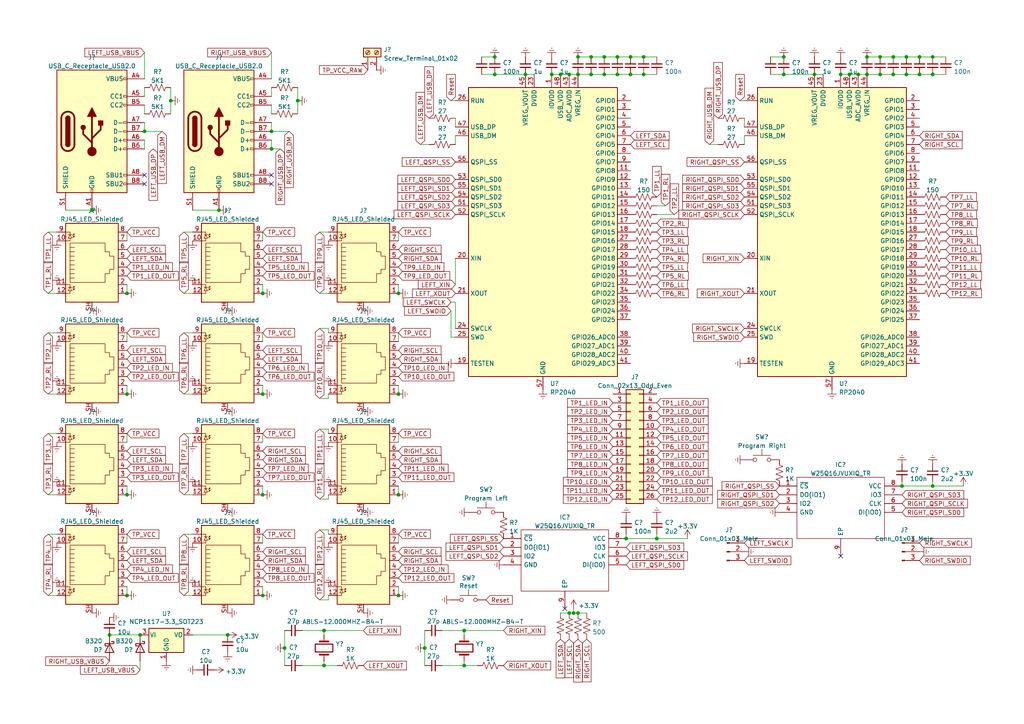
<source format=kicad_sch>
(kicad_sch (version 20211123) (generator eeschema)
  (paper "A4")
  (title_block (title "Wacca Protocol Translator") (rev "1") (company "FizzyApple12"))
  (junction (at 259.08 21.59))
  (junction (at 36.83 85.09))
  (junction (at 93.98 182.88))
  (junction (at 171.45 21.59))
  (junction (at 41.91 38.1))
  (junction (at 261.62 140.97))
  (junction (at 259.08 16.51))
  (junction (at 248.92 21.59))
  (junction (at 78.74 38.1))
  (junction (at 93.98 193.04))
  (junction (at 143.51 16.51))
  (junction (at 270.51 21.59))
  (junction (at 262.89 21.59))
  (junction (at 134.62 193.04))
  (junction (at 227.33 16.51))
  (junction (at 86.36 29.21))
  (junction (at 134.62 182.88))
  (junction (at 26.67 60.96))
  (junction (at 251.46 16.51))
  (junction (at 186.69 16.51))
  (junction (at 182.88 21.59))
  (junction (at 181.61 156.21))
  (junction (at 36.83 172.72))
  (junction (at 49.53 29.21))
  (junction (at 115.57 114.3))
  (junction (at 63.5 60.96))
  (junction (at 152.4 21.59))
  (junction (at 270.51 16.51))
  (junction (at 175.26 21.59))
  (junction (at 266.7 16.51))
  (junction (at 167.64 16.51))
  (junction (at 179.07 21.59))
  (junction (at 165.1 177.8))
  (junction (at 186.69 21.59))
  (junction (at 123.19 187.96))
  (junction (at 162.56 21.59))
  (junction (at 76.2 114.3))
  (junction (at 165.1 21.59))
  (junction (at 175.26 16.51))
  (junction (at 76.2 85.09))
  (junction (at 115.57 85.09))
  (junction (at 179.07 16.51))
  (junction (at 66.04 184.15))
  (junction (at 171.45 16.51))
  (junction (at 166.37 177.8))
  (junction (at 227.33 21.59))
  (junction (at 82.55 187.96))
  (junction (at 255.27 21.59))
  (junction (at 40.64 184.15))
  (junction (at 182.88 16.51))
  (junction (at 143.51 21.59))
  (junction (at 115.57 172.72))
  (junction (at 251.46 21.59))
  (junction (at 31.75 184.15))
  (junction (at 243.84 21.59))
  (junction (at 190.5 156.21))
  (junction (at 78.74 43.18))
  (junction (at 167.64 21.59))
  (junction (at 236.22 21.59))
  (junction (at 160.02 21.59))
  (junction (at 266.7 21.59))
  (junction (at 270.51 140.97))
  (junction (at 76.2 172.72))
  (junction (at 167.64 177.8))
  (junction (at 76.2 143.51))
  (junction (at 255.27 16.51))
  (junction (at 115.57 143.51))
  (junction (at 246.38 21.59))
  (junction (at 262.89 16.51))
  (junction (at 36.83 114.3))
  (junction (at 36.83 143.51))
  (no_connect (at 78.74 53.34))
  (no_connect (at 41.91 50.8))
  (no_connect (at 41.91 53.34))
  (no_connect (at 163.83 176.53))
  (no_connect (at 243.84 161.29))
  (no_connect (at 78.74 50.8))
  (wire (pts (xy 92.71 173.99) (xy 95.25 173.99)))
  (wire (pts (xy 139.7 21.59) (xy 143.51 21.59)))
  (wire (pts (xy 95.25 153.67) (xy 95.25 154.94)))
  (wire (pts (xy 115.57 111.76) (xy 115.57 114.3)))
  (wire (pts (xy 270.51 140.97) (xy 261.62 140.97)))
  (wire (pts (xy 243.84 21.59) (xy 246.38 21.59)))
  (wire (pts (xy 190.5 156.21) (xy 199.39 156.21)))
  (wire (pts (xy 134.62 191.77) (xy 134.62 193.04)))
  (wire (pts (xy 93.98 191.77) (xy 93.98 193.04)))
  (wire (pts (xy 182.88 21.59) (xy 179.07 21.59)))
  (wire (pts (xy 166.37 176.53) (xy 166.37 177.8)))
  (wire (pts (xy 82.55 187.96) (xy 82.55 193.04)))
  (wire (pts (xy 36.83 154.94) (xy 36.83 157.48)))
  (wire (pts (xy 165.1 177.8) (xy 166.37 177.8)))
  (wire (pts (xy 93.98 184.15) (xy 93.98 182.88)))
  (wire (pts (xy 152.4 21.59) (xy 154.94 21.59)))
  (wire (pts (xy 171.45 21.59) (xy 167.64 21.59)))
  (wire (pts (xy 190.5 62.23) (xy 195.58 62.23)))
  (wire (pts (xy 93.98 193.04) (xy 97.79 193.04)))
  (wire (pts (xy 53.34 154.94) (xy 55.88 154.94)))
  (wire (pts (xy 115.57 96.52) (xy 115.57 99.06)))
  (wire (pts (xy 95.25 173.99) (xy 95.25 172.72)))
  (wire (pts (xy 167.64 177.8) (xy 170.18 177.8)))
  (wire (pts (xy 128.27 182.88) (xy 134.62 182.88)))
  (wire (pts (xy 92.71 144.78) (xy 95.25 144.78)))
  (wire (pts (xy 53.34 172.72) (xy 55.88 172.72)))
  (wire (pts (xy 181.61 154.94) (xy 181.61 156.21)))
  (wire (pts (xy 261.62 139.7) (xy 261.62 140.97)))
  (wire (pts (xy 41.91 25.4) (xy 41.91 27.94)))
  (wire (pts (xy 179.07 16.51) (xy 182.88 16.51)))
  (wire (pts (xy 36.83 140.97) (xy 36.83 143.51)))
  (wire (pts (xy 205.74 41.91) (xy 208.28 41.91)))
  (wire (pts (xy 139.7 16.51) (xy 143.51 16.51)))
  (wire (pts (xy 121.92 41.91) (xy 124.46 41.91)))
  (wire (pts (xy 76.2 154.94) (xy 76.2 157.48)))
  (wire (pts (xy 175.26 16.51) (xy 179.07 16.51)))
  (wire (pts (xy 182.88 16.51) (xy 186.69 16.51)))
  (wire (pts (xy 78.74 38.1) (xy 83.82 38.1)))
  (wire (pts (xy 13.97 172.72) (xy 16.51 172.72)))
  (wire (pts (xy 115.57 125.73) (xy 115.57 128.27)))
  (wire (pts (xy 179.07 21.59) (xy 175.26 21.59)))
  (wire (pts (xy 123.19 187.96) (xy 123.19 193.04)))
  (wire (pts (xy 86.36 25.4) (xy 86.36 29.21)))
  (wire (pts (xy 53.34 143.51) (xy 55.88 143.51)))
  (wire (pts (xy 78.74 15.24) (xy 78.74 22.86)))
  (wire (pts (xy 259.08 21.59) (xy 255.27 21.59)))
  (wire (pts (xy 40.64 184.15) (xy 31.75 184.15)))
  (wire (pts (xy 87.63 182.88) (xy 93.98 182.88)))
  (wire (pts (xy 270.51 139.7) (xy 270.51 140.97)))
  (wire (pts (xy 186.69 21.59) (xy 182.88 21.59)))
  (wire (pts (xy 175.26 21.59) (xy 171.45 21.59)))
  (wire (pts (xy 215.9 41.91) (xy 215.9 39.37)))
  (wire (pts (xy 270.51 16.51) (xy 274.32 16.51)))
  (wire (pts (xy 132.08 39.37) (xy 132.08 41.91)))
  (wire (pts (xy 134.62 182.88) (xy 146.05 182.88)))
  (wire (pts (xy 248.92 21.59) (xy 251.46 21.59)))
  (wire (pts (xy 76.2 170.18) (xy 76.2 172.72)))
  (wire (pts (xy 92.71 153.67) (xy 95.25 153.67)))
  (wire (pts (xy 78.74 40.64) (xy 78.74 43.18)))
  (wire (pts (xy 92.71 124.46) (xy 95.25 124.46)))
  (wire (pts (xy 36.83 111.76) (xy 36.83 114.3)))
  (wire (pts (xy 274.32 21.59) (xy 270.51 21.59)))
  (wire (pts (xy 86.36 29.21) (xy 86.36 33.02)))
  (wire (pts (xy 115.57 170.18) (xy 115.57 172.72)))
  (wire (pts (xy 41.91 30.48) (xy 41.91 33.02)))
  (wire (pts (xy 132.08 95.25) (xy 132.08 87.63)))
  (wire (pts (xy 132.08 74.93) (xy 132.08 82.55)))
  (wire (pts (xy 236.22 21.59) (xy 238.76 21.59)))
  (wire (pts (xy 53.34 67.31) (xy 55.88 67.31)))
  (wire (pts (xy 76.2 125.73) (xy 76.2 128.27)))
  (wire (pts (xy 190.5 21.59) (xy 186.69 21.59)))
  (wire (pts (xy 162.56 21.59) (xy 165.1 21.59)))
  (wire (pts (xy 78.74 35.56) (xy 78.74 38.1)))
  (wire (pts (xy 13.97 143.51) (xy 16.51 143.51)))
  (wire (pts (xy 214.63 29.21) (xy 215.9 29.21)))
  (wire (pts (xy 270.51 140.97) (xy 279.4 140.97)))
  (wire (pts (xy 115.57 140.97) (xy 115.57 143.51)))
  (wire (pts (xy 160.02 21.59) (xy 162.56 21.59)))
  (wire (pts (xy 95.25 124.46) (xy 95.25 125.73)))
  (wire (pts (xy 186.69 16.51) (xy 190.5 16.51)))
  (wire (pts (xy 92.71 67.31) (xy 95.25 67.31)))
  (wire (pts (xy 36.83 125.73) (xy 36.83 128.27)))
  (wire (pts (xy 13.97 154.94) (xy 16.51 154.94)))
  (wire (pts (xy 123.19 182.88) (xy 123.19 187.96)))
  (wire (pts (xy 49.53 29.21) (xy 49.53 33.02)))
  (wire (pts (xy 251.46 16.51) (xy 255.27 16.51)))
  (wire (pts (xy 55.88 184.15) (xy 66.04 184.15)))
  (wire (pts (xy 270.51 21.59) (xy 266.7 21.59)))
  (wire (pts (xy 95.25 144.78) (xy 95.25 143.51)))
  (wire (pts (xy 36.83 96.52) (xy 36.83 99.06)))
  (wire (pts (xy 53.34 114.3) (xy 55.88 114.3)))
  (wire (pts (xy 115.57 82.55) (xy 115.57 85.09)))
  (wire (pts (xy 40.64 194.31) (xy 40.64 191.77)))
  (wire (pts (xy 13.97 125.73) (xy 16.51 125.73)))
  (wire (pts (xy 95.25 115.57) (xy 95.25 114.3)))
  (wire (pts (xy 227.33 21.59) (xy 236.22 21.59)))
  (wire (pts (xy 92.71 85.09) (xy 95.25 85.09)))
  (wire (pts (xy 262.89 21.59) (xy 259.08 21.59)))
  (wire (pts (xy 134.62 193.04) (xy 138.43 193.04)))
  (wire (pts (xy 134.62 184.15) (xy 134.62 182.88)))
  (wire (pts (xy 76.2 140.97) (xy 76.2 143.51)))
  (wire (pts (xy 130.81 90.17) (xy 130.81 97.79)))
  (wire (pts (xy 93.98 182.88) (xy 105.41 182.88)))
  (wire (pts (xy 78.74 25.4) (xy 78.74 27.94)))
  (wire (pts (xy 143.51 21.59) (xy 152.4 21.59)))
  (wire (pts (xy 190.5 59.69) (xy 193.04 59.69)))
  (wire (pts (xy 130.81 29.21) (xy 132.08 29.21)))
  (wire (pts (xy 53.34 96.52) (xy 55.88 96.52)))
  (wire (pts (xy 41.91 38.1) (xy 46.99 38.1)))
  (wire (pts (xy 132.08 34.29) (xy 132.08 36.83)))
  (wire (pts (xy 36.83 67.31) (xy 36.83 69.85)))
  (wire (pts (xy 92.71 95.25) (xy 95.25 95.25)))
  (wire (pts (xy 36.83 170.18) (xy 36.83 172.72)))
  (wire (pts (xy 82.55 182.88) (xy 82.55 187.96)))
  (wire (pts (xy 53.34 85.09) (xy 55.88 85.09)))
  (wire (pts (xy 259.08 16.51) (xy 262.89 16.51)))
  (wire (pts (xy 190.5 154.94) (xy 190.5 156.21)))
  (wire (pts (xy 215.9 34.29) (xy 215.9 36.83)))
  (wire (pts (xy 262.89 16.51) (xy 266.7 16.51)))
  (wire (pts (xy 255.27 21.59) (xy 251.46 21.59)))
  (wire (pts (xy 76.2 96.52) (xy 76.2 99.06)))
  (wire (pts (xy 13.97 114.3) (xy 16.51 114.3)))
  (wire (pts (xy 266.7 21.59) (xy 262.89 21.59)))
  (wire (pts (xy 166.37 177.8) (xy 167.64 177.8)))
  (wire (pts (xy 130.81 97.79) (xy 132.08 97.79)))
  (wire (pts (xy 19.05 60.96) (xy 26.67 60.96)))
  (wire (pts (xy 246.38 21.59) (xy 248.92 21.59)))
  (wire (pts (xy 128.27 193.04) (xy 134.62 193.04)))
  (wire (pts (xy 167.64 16.51) (xy 171.45 16.51)))
  (wire (pts (xy 76.2 111.76) (xy 76.2 114.3)))
  (wire (pts (xy 41.91 15.24) (xy 41.91 22.86)))
  (wire (pts (xy 223.52 16.51) (xy 227.33 16.51)))
  (wire (pts (xy 41.91 35.56) (xy 41.91 38.1)))
  (wire (pts (xy 115.57 67.31) (xy 115.57 69.85)))
  (wire (pts (xy 53.34 125.73) (xy 55.88 125.73)))
  (wire (pts (xy 41.91 40.64) (xy 41.91 43.18)))
  (wire (pts (xy 266.7 16.51) (xy 270.51 16.51)))
  (wire (pts (xy 162.56 177.8) (xy 165.1 177.8)))
  (wire (pts (xy 171.45 16.51) (xy 175.26 16.51)))
  (wire (pts (xy 36.83 82.55) (xy 36.83 85.09)))
  (wire (pts (xy 190.5 156.21) (xy 181.61 156.21)))
  (wire (pts (xy 165.1 21.59) (xy 167.64 21.59)))
  (wire (pts (xy 78.74 30.48) (xy 78.74 33.02)))
  (wire (pts (xy 76.2 67.31) (xy 76.2 69.85)))
  (wire (pts (xy 115.57 154.94) (xy 115.57 157.48)))
  (wire (pts (xy 87.63 193.04) (xy 93.98 193.04)))
  (wire (pts (xy 55.88 60.96) (xy 63.5 60.96)))
  (wire (pts (xy 13.97 67.31) (xy 16.51 67.31)))
  (wire (pts (xy 78.74 43.18) (xy 81.28 43.18)))
  (wire (pts (xy 223.52 21.59) (xy 227.33 21.59)))
  (wire (pts (xy 132.08 87.63) (xy 130.81 87.63)))
  (wire (pts (xy 13.97 96.52) (xy 16.51 96.52)))
  (wire (pts (xy 49.53 25.4) (xy 49.53 29.21)))
  (wire (pts (xy 92.71 115.57) (xy 95.25 115.57)))
  (wire (pts (xy 95.25 95.25) (xy 95.25 96.52)))
  (wire (pts (xy 255.27 16.51) (xy 259.08 16.51)))
  (wire (pts (xy 13.97 85.09) (xy 16.51 85.09)))
  (wire (pts (xy 76.2 82.55) (xy 76.2 85.09)))
  (global_label "TP_VCC" (shape input) (at 36.83 67.31 0) (property "Intersheet References" "${INTERSHEET_REFS}" (effects hide)))
  (global_label "TP8_RL" (shape input) (at 274.32 64.77 0) (property "Intersheet References" "${INTERSHEET_REFS}" (effects hide)))
  (global_label "TP7_LL" (shape input) (at 53.34 125.73 270) (property "Intersheet References" "${INTERSHEET_REFS}" (effects hide)))
  (global_label "LEFT_SDA" (shape input) (at 36.83 104.14 0) (property "Intersheet References" "${INTERSHEET_REFS}" (effects hide)))
  (global_label "TP1_LED_OUT" (shape input) (at 36.83 80.01 0) (property "Intersheet References" "${INTERSHEET_REFS}" (effects hide)))
  (global_label "TP9_LED_IN" (shape input) (at 177.8 137.16 180) (property "Intersheet References" "${INTERSHEET_REFS}" (effects hide)))
  (global_label "TP12_LL" (shape input) (at 274.32 82.55 0) (property "Intersheet References" "${INTERSHEET_REFS}" (effects hide)))
  (global_label "RIGHT_SCL" (shape input) (at 266.7 41.91 0) (property "Intersheet References" "${INTERSHEET_REFS}" (effects hide)))
  (global_label "RIGHT_XOUT" (shape input) (at 215.9 85.09 180) (property "Intersheet References" "${INTERSHEET_REFS}" (effects hide)))
  (global_label "TP9_LL" (shape input) (at 92.71 67.31 270) (property "Intersheet References" "${INTERSHEET_REFS}" (effects hide)))
  (global_label "TP11_LL" (shape input) (at 274.32 77.47 0) (property "Intersheet References" "${INTERSHEET_REFS}" (effects hide)))
  (global_label "Reset" (shape input) (at 214.63 29.21 90) (property "Intersheet References" "${INTERSHEET_REFS}" (effects hide)))
  (global_label "TP3_LED_IN" (shape input) (at 177.8 121.92 180) (property "Intersheet References" "${INTERSHEET_REFS}" (effects hide)))
  (global_label "LEFT_SCL" (shape input) (at 182.88 41.91 0) (property "Intersheet References" "${INTERSHEET_REFS}" (effects hide)))
  (global_label "RIGHT_SWCLK" (shape input) (at 215.9 95.25 180) (property "Intersheet References" "${INTERSHEET_REFS}" (effects hide)))
  (global_label "RIGHT_SDA" (shape input) (at 167.64 185.42 270) (property "Intersheet References" "${INTERSHEET_REFS}" (effects hide)))
  (global_label "LEFT_QSPI_SS" (shape input) (at 146.05 156.21 180) (property "Intersheet References" "${INTERSHEET_REFS}" (effects hide)))
  (global_label "LEFT_QSPI_SD3" (shape input) (at 132.08 59.69 180) (property "Intersheet References" "${INTERSHEET_REFS}" (effects hide)))
  (global_label "TP12_LED_IN" (shape input) (at 177.8 144.78 180) (property "Intersheet References" "${INTERSHEET_REFS}" (effects hide)))
  (global_label "LEFT_QSPI_SCLK" (shape input) (at 132.08 62.23 180) (property "Intersheet References" "${INTERSHEET_REFS}" (effects hide)))
  (global_label "TP11_LED_OUT" (shape input) (at 190.5 142.24 0) (property "Intersheet References" "${INTERSHEET_REFS}" (effects hide)))
  (global_label "TP12_RL" (shape input) (at 274.32 85.09 0) (property "Intersheet References" "${INTERSHEET_REFS}" (effects hide)))
  (global_label "TP4_LED_IN" (shape input) (at 36.83 165.1 0) (property "Intersheet References" "${INTERSHEET_REFS}" (effects hide)))
  (global_label "TP7_LED_OUT" (shape input) (at 76.2 138.43 0) (property "Intersheet References" "${INTERSHEET_REFS}" (effects hide)))
  (global_label "TP12_RL" (shape input) (at 92.71 173.99 90) (property "Intersheet References" "${INTERSHEET_REFS}" (effects hide)))
  (global_label "TP4_RL" (shape input) (at 13.97 172.72 90) (property "Intersheet References" "${INTERSHEET_REFS}" (effects hide)))
  (global_label "LEFT_XIN" (shape input) (at 132.08 82.55 180) (property "Intersheet References" "${INTERSHEET_REFS}" (effects hide)))
  (global_label "TP2_LL" (shape input) (at 13.97 96.52 270) (property "Intersheet References" "${INTERSHEET_REFS}" (effects hide)))
  (global_label "RIGHT_QSPI_SS" (shape input) (at 215.9 46.99 180) (property "Intersheet References" "${INTERSHEET_REFS}" (effects hide)))
  (global_label "TP9_LED_OUT" (shape input) (at 190.5 137.16 0) (property "Intersheet References" "${INTERSHEET_REFS}" (effects hide)))
  (global_label "TP8_LED_IN" (shape input) (at 177.8 134.62 180) (property "Intersheet References" "${INTERSHEET_REFS}" (effects hide)))
  (global_label "TP5_LED_OUT" (shape input) (at 76.2 80.01 0) (property "Intersheet References" "${INTERSHEET_REFS}" (effects hide)))
  (global_label "TP_VCC" (shape input) (at 115.57 125.73 0) (property "Intersheet References" "${INTERSHEET_REFS}" (effects hide)))
  (global_label "TP2_RL" (shape input) (at 190.5 64.77 0) (property "Intersheet References" "${INTERSHEET_REFS}" (effects hide)))
  (global_label "TP8_LED_OUT" (shape input) (at 190.5 134.62 0) (property "Intersheet References" "${INTERSHEET_REFS}" (effects hide)))
  (global_label "TP4_RL" (shape input) (at 190.5 74.93 0) (property "Intersheet References" "${INTERSHEET_REFS}" (effects hide)))
  (global_label "TP6_LL" (shape input) (at 53.34 96.52 270) (property "Intersheet References" "${INTERSHEET_REFS}" (effects hide)))
  (global_label "RIGHT_SCL" (shape input) (at 115.57 101.6 0) (property "Intersheet References" "${INTERSHEET_REFS}" (effects hide)))
  (global_label "TP10_LED_IN" (shape input) (at 177.8 139.7 180) (property "Intersheet References" "${INTERSHEET_REFS}" (effects hide)))
  (global_label "RIGHT_SDA" (shape input) (at 115.57 74.93 0) (property "Intersheet References" "${INTERSHEET_REFS}" (effects hide)))
  (global_label "RIGHT_XIN" (shape input) (at 215.9 74.93 180) (property "Intersheet References" "${INTERSHEET_REFS}" (effects hide)))
  (global_label "TP4_LED_OUT" (shape input) (at 190.5 124.46 0) (property "Intersheet References" "${INTERSHEET_REFS}" (effects hide)))
  (global_label "LEFT_XOUT" (shape input) (at 105.41 193.04 0) (property "Intersheet References" "${INTERSHEET_REFS}" (effects hide)))
  (global_label "TP8_LL" (shape input) (at 274.32 62.23 0) (property "Intersheet References" "${INTERSHEET_REFS}" (effects hide)))
  (global_label "LEFT_SCL" (shape input) (at 76.2 72.39 0) (property "Intersheet References" "${INTERSHEET_REFS}" (effects hide)))
  (global_label "TP4_LL" (shape input) (at 190.5 72.39 0) (property "Intersheet References" "${INTERSHEET_REFS}" (effects hide)))
  (global_label "TP3_LED_IN" (shape input) (at 36.83 135.89 0) (property "Intersheet References" "${INTERSHEET_REFS}" (effects hide)))
  (global_label "LEFT_XOUT" (shape input) (at 132.08 85.09 180) (property "Intersheet References" "${INTERSHEET_REFS}" (effects hide)))
  (global_label "LEFT_SDA" (shape input) (at 162.56 185.42 270) (property "Intersheet References" "${INTERSHEET_REFS}" (effects hide)))
  (global_label "TP9_LL" (shape input) (at 274.32 67.31 0) (property "Intersheet References" "${INTERSHEET_REFS}" (effects hide)))
  (global_label "TP5_LL" (shape input) (at 53.34 67.31 270) (property "Intersheet References" "${INTERSHEET_REFS}" (effects hide)))
  (global_label "LEFT_SDA" (shape input) (at 182.88 39.37 0) (property "Intersheet References" "${INTERSHEET_REFS}" (effects hide)))
  (global_label "RIGHT_USB_DM" (shape input) (at 205.74 41.91 90) (property "Intersheet References" "${INTERSHEET_REFS}" (effects hide)))
  (global_label "LEFT_SWDIO" (shape input) (at 215.9 162.56 0) (property "Intersheet References" "${INTERSHEET_REFS}" (effects hide)))
  (global_label "TP10_LL" (shape input) (at 274.32 72.39 0) (property "Intersheet References" "${INTERSHEET_REFS}" (effects hide)))
  (global_label "TP_VCC" (shape input) (at 36.83 125.73 0) (property "Intersheet References" "${INTERSHEET_REFS}" (effects hide)))
  (global_label "TP7_LED_IN" (shape input) (at 177.8 132.08 180) (property "Intersheet References" "${INTERSHEET_REFS}" (effects hide)))
  (global_label "TP3_LED_OUT" (shape input) (at 36.83 138.43 0) (property "Intersheet References" "${INTERSHEET_REFS}" (effects hide)))
  (global_label "TP11_LED_IN" (shape input) (at 177.8 142.24 180) (property "Intersheet References" "${INTERSHEET_REFS}" (effects hide)))
  (global_label "LEFT_SDA" (shape input) (at 76.2 74.93 0) (property "Intersheet References" "${INTERSHEET_REFS}" (effects hide)))
  (global_label "RIGHT_XOUT" (shape input) (at 146.05 193.04 0) (property "Intersheet References" "${INTERSHEET_REFS}" (effects hide)))
  (global_label "TP5_RL" (shape input) (at 190.5 80.01 0) (property "Intersheet References" "${INTERSHEET_REFS}" (effects hide)))
  (global_label "TP6_RL" (shape input) (at 190.5 85.09 0) (property "Intersheet References" "${INTERSHEET_REFS}" (effects hide)))
  (global_label "LEFT_QSPI_SD1" (shape input) (at 146.05 158.75 180) (property "Intersheet References" "${INTERSHEET_REFS}" (effects hide)))
  (global_label "RIGHT_USB_VBUS" (shape input) (at 31.75 191.77 180) (property "Intersheet References" "${INTERSHEET_REFS}" (effects hide)))
  (global_label "TP5_RL" (shape input) (at 53.34 85.09 90) (property "Intersheet References" "${INTERSHEET_REFS}" (effects hide)))
  (global_label "RIGHT_SDA" (shape input) (at 115.57 133.35 0) (property "Intersheet References" "${INTERSHEET_REFS}" (effects hide)))
  (global_label "RIGHT_SWDIO" (shape input) (at 215.9 97.79 180) (property "Intersheet References" "${INTERSHEET_REFS}" (effects hide)))
  (global_label "TP_VCC" (shape input) (at 76.2 67.31 0) (property "Intersheet References" "${INTERSHEET_REFS}" (effects hide)))
  (global_label "LEFT_SCL" (shape input) (at 36.83 72.39 0) (property "Intersheet References" "${INTERSHEET_REFS}" (effects hide)))
  (global_label "TP7_LED_IN" (shape input) (at 76.2 135.89 0) (property "Intersheet References" "${INTERSHEET_REFS}" (effects hide)))
  (global_label "RIGHT_QSPI_SD2" (shape input) (at 215.9 57.15 180) (property "Intersheet References" "${INTERSHEET_REFS}" (effects hide)))
  (global_label "TP8_LL" (shape input) (at 53.34 154.94 270) (property "Intersheet References" "${INTERSHEET_REFS}" (effects hide)))
  (global_label "TP_VCC" (shape input) (at 36.83 96.52 0) (property "Intersheet References" "${INTERSHEET_REFS}" (effects hide)))
  (global_label "TP5_LED_IN" (shape input) (at 76.2 77.47 0) (property "Intersheet References" "${INTERSHEET_REFS}" (effects hide)))
  (global_label "TP1_LED_IN" (shape input) (at 177.8 116.84 180) (property "Intersheet References" "${INTERSHEET_REFS}" (effects hide)))
  (global_label "LEFT_SDA" (shape input) (at 76.2 104.14 0) (property "Intersheet References" "${INTERSHEET_REFS}" (effects hide)))
  (global_label "RIGHT_SCL" (shape input) (at 115.57 160.02 0) (property "Intersheet References" "${INTERSHEET_REFS}" (effects hide)))
  (global_label "LEFT_USB_DP" (shape input) (at 44.45 43.18 270) (property "Intersheet References" "${INTERSHEET_REFS}" (effects hide)))
  (global_label "LEFT_USB_VBUS" (shape input) (at 41.91 15.24 180) (property "Intersheet References" "${INTERSHEET_REFS}" (effects hide)))
  (global_label "RIGHT_QSPI_SD1" (shape input) (at 215.9 54.61 180) (property "Intersheet References" "${INTERSHEET_REFS}" (effects hide)))
  (global_label "LEFT_SWCLK" (shape input) (at 130.81 87.63 180) (property "Intersheet References" "${INTERSHEET_REFS}" (effects hide)))
  (global_label "TP7_RL" (shape input) (at 274.32 59.69 0) (property "Intersheet References" "${INTERSHEET_REFS}" (effects hide)))
  (global_label "TP8_RL" (shape input) (at 53.34 172.72 90) (property "Intersheet References" "${INTERSHEET_REFS}" (effects hide)))
  (global_label "TP1_RL" (shape input) (at 13.97 85.09 90) (property "Intersheet References" "${INTERSHEET_REFS}" (effects hide)))
  (global_label "TP9_RL" (shape input) (at 92.71 85.09 90) (property "Intersheet References" "${INTERSHEET_REFS}" (effects hide)))
  (global_label "TP4_LED_OUT" (shape input) (at 36.83 167.64 0) (property "Intersheet References" "${INTERSHEET_REFS}" (effects hide)))
  (global_label "TP2_LED_IN" (shape input) (at 177.8 119.38 180) (property "Intersheet References" "${INTERSHEET_REFS}" (effects hide)))
  (global_label "TP6_RL" (shape input) (at 53.34 114.3 90) (property "Intersheet References" "${INTERSHEET_REFS}" (effects hide)))
  (global_label "TP2_LED_OUT" (shape input) (at 36.83 109.22 0) (property "Intersheet References" "${INTERSHEET_REFS}" (effects hide)))
  (global_label "LEFT_USB_DM" (shape input) (at 121.92 41.91 90) (property "Intersheet References" "${INTERSHEET_REFS}" (effects hide)))
  (global_label "RIGHT_QSPI_SD3" (shape input) (at 215.9 59.69 180) (property "Intersheet References" "${INTERSHEET_REFS}" (effects hide)))
  (global_label "TP_VCC" (shape input) (at 115.57 154.94 0) (property "Intersheet References" "${INTERSHEET_REFS}" (effects hide)))
  (global_label "TP4_LED_IN" (shape input) (at 177.8 124.46 180) (property "Intersheet References" "${INTERSHEET_REFS}" (effects hide)))
  (global_label "TP3_RL" (shape input) (at 190.5 69.85 0) (property "Intersheet References" "${INTERSHEET_REFS}" (effects hide)))
  (global_label "TP1_LED_OUT" (shape input) (at 190.5 116.84 0) (property "Intersheet References" "${INTERSHEET_REFS}" (effects hide)))
  (global_label "LEFT_SCL" (shape input) (at 76.2 101.6 0) (property "Intersheet References" "${INTERSHEET_REFS}" (effects hide)))
  (global_label "TP1_LL" (shape input) (at 190.5 57.15 90) (property "Intersheet References" "${INTERSHEET_REFS}" (effects hide)))
  (global_label "RIGHT_QSPI_SS" (shape input) (at 226.06 140.97 180) (property "Intersheet References" "${INTERSHEET_REFS}" (effects hide)))
  (global_label "RIGHT_SDA" (shape input) (at 266.7 39.37 0) (property "Intersheet References" "${INTERSHEET_REFS}" (effects hide)))
  (global_label "RIGHT_SCL" (shape input) (at 115.57 130.81 0) (property "Intersheet References" "${INTERSHEET_REFS}" (effects hide)))
  (global_label "RIGHT_SCL" (shape input) (at 76.2 130.81 0) (property "Intersheet References" "${INTERSHEET_REFS}" (effects hide)))
  (global_label "LEFT_QSPI_SD0" (shape input) (at 132.08 52.07 180) (property "Intersheet References" "${INTERSHEET_REFS}" (effects hide)))
  (global_label "TP11_LED_IN" (shape input) (at 115.57 135.89 0) (property "Intersheet References" "${INTERSHEET_REFS}" (effects hide)))
  (global_label "LEFT_USB_DM" (shape input) (at 46.99 38.1 270) (property "Intersheet References" "${INTERSHEET_REFS}" (effects hide)))
  (global_label "TP7_LL" (shape input) (at 274.32 57.15 0) (property "Intersheet References" "${INTERSHEET_REFS}" (effects hide)))
  (global_label "LEFT_SWCLK" (shape input) (at 215.9 157.48 0) (property "Intersheet References" "${INTERSHEET_REFS}" (effects hide)))
  (global_label "TP11_RL" (shape input) (at 92.71 144.78 90) (property "Intersheet References" "${INTERSHEET_REFS}" (effects hide)))
  (global_label "TP10_RL" (shape input) (at 274.32 74.93 0) (property "Intersheet References" "${INTERSHEET_REFS}" (effects hide)))
  (global_label "RIGHT_SDA" (shape input) (at 76.2 162.56 0) (property "Intersheet References" "${INTERSHEET_REFS}" (effects hide)))
  (global_label "TP1_LED_IN" (shape input) (at 36.83 77.47 0) (property "Intersheet References" "${INTERSHEET_REFS}" (effects hide)))
  (global_label "RIGHT_QSPI_SD1" (shape input) (at 226.06 143.51 180) (property "Intersheet References" "${INTERSHEET_REFS}" (effects hide)))
  (global_label "TP9_RL" (shape input) (at 274.32 69.85 0) (property "Intersheet References" "${INTERSHEET_REFS}" (effects hide)))
  (global_label "TP6_LED_IN" (shape input) (at 76.2 106.68 0) (property "Intersheet References" "${INTERSHEET_REFS}" (effects hide)))
  (global_label "RIGHT_QSPI_SCLK" (shape input) (at 215.9 62.23 180) (property "Intersheet References" "${INTERSHEET_REFS}" (effects hide)))
  (global_label "LEFT_USB_DP" (shape input) (at 124.46 34.29 90) (property "Intersheet References" "${INTERSHEET_REFS}" (effects hide)))
  (global_label "RIGHT_SCL" (shape input) (at 115.57 72.39 0) (property "Intersheet References" "${INTERSHEET_REFS}" (effects hide)))
  (global_label "TP3_RL" (shape input) (at 13.97 143.51 90) (property "Intersheet References" "${INTERSHEET_REFS}" (effects hide)))
  (global_label "Reset" (shape input) (at 130.81 29.21 90) (property "Intersheet References" "${INTERSHEET_REFS}" (effects hide)))
  (global_label "RIGHT_XIN" (shape input) (at 146.05 182.88 0) (property "Intersheet References" "${INTERSHEET_REFS}" (effects hide)))
  (global_label "TP9_LED_IN" (shape input) (at 115.57 77.47 0) (property "Intersheet References" "${INTERSHEET_REFS}" (effects hide)))
  (global_label "TP11_LED_OUT" (shape input) (at 115.57 138.43 0) (property "Intersheet References" "${INTERSHEET_REFS}" (effects hide)))
  (global_label "TP2_LED_OUT" (shape input) (at 190.5 119.38 0) (property "Intersheet References" "${INTERSHEET_REFS}" (effects hide)))
  (global_label "TP10_LL" (shape input) (at 92.71 95.25 270) (property "Intersheet References" "${INTERSHEET_REFS}" (effects hide)))
  (global_label "RIGHT_SWCLK" (shape input) (at 266.7 157.48 0) (property "Intersheet References" "${INTERSHEET_REFS}" (effects hide)))
  (global_label "RIGHT_SCL" (shape input) (at 170.18 185.42 270) (property "Intersheet References" "${INTERSHEET_REFS}" (effects hide)))
  (global_label "LEFT_USB_VBUS" (shape input) (at 40.64 194.31 180) (property "Intersheet References" "${INTERSHEET_REFS}" (effects hide)))
  (global_label "RIGHT_SDA" (shape input) (at 76.2 133.35 0) (property "Intersheet References" "${INTERSHEET_REFS}" (effects hide)))
  (global_label "TP1_LL" (shape input) (at 13.97 67.31 270) (property "Intersheet References" "${INTERSHEET_REFS}" (effects hide)))
  (global_label "LEFT_QSPI_SD2" (shape input) (at 132.08 57.15 180) (property "Intersheet References" "${INTERSHEET_REFS}" (effects hide)))
  (global_label "LEFT_SDA" (shape input) (at 36.83 74.93 0) (property "Intersheet References" "${INTERSHEET_REFS}" (effects hide)))
  (global_label "LEFT_XIN" (shape input) (at 105.41 182.88 0) (property "Intersheet References" "${INTERSHEET_REFS}" (effects hide)))
  (global_label "TP6_LED_OUT" (shape input) (at 190.5 129.54 0) (property "Intersheet References" "${INTERSHEET_REFS}" (effects hide)))
  (global_label "TP6_LED_IN" (shape input) (at 177.8 129.54 180) (property "Intersheet References" "${INTERSHEET_REFS}" (effects hide)))
  (global_label "LEFT_SCL" (shape input) (at 165.1 185.42 270) (property "Intersheet References" "${INTERSHEET_REFS}" (effects hide)))
  (global_label "TP5_LL" (shape input) (at 190.5 77.47 0) (property "Intersheet References" "${INTERSHEET_REFS}" (effects hide)))
  (global_label "LEFT_QSPI_SS" (shape input) (at 132.08 46.99 180) (property "Intersheet References" "${INTERSHEET_REFS}" (effects hide)))
  (global_label "TP_VCC_RAW" (shape input) (at 106.68 20.32 180) (property "Intersheet References" "${INTERSHEET_REFS}" (effects hide)))
  (global_label "RIGHT_QSPI_SD3" (shape input) (at 261.62 143.51 0) (property "Intersheet References" "${INTERSHEET_REFS}" (effects hide)))
  (global_label "TP_VCC" (shape input) (at 36.83 154.94 0) (property "Intersheet References" "${INTERSHEET_REFS}" (effects hide)))
  (global_label "TP10_LED_OUT" (shape input) (at 115.57 109.22 0) (property "Intersheet References" "${INTERSHEET_REFS}" (effects hide)))
  (global_label "LEFT_QSPI_SD3" (shape input) (at 181.61 158.75 0) (property "Intersheet References" "${INTERSHEET_REFS}" (effects hide)))
  (global_label "TP3_LL" (shape input) (at 13.97 125.73 270) (property "Intersheet References" "${INTERSHEET_REFS}" (effects hide)))
  (global_label "RIGHT_USB_DP" (shape input) (at 81.28 43.18 270) (property "Intersheet References" "${INTERSHEET_REFS}" (effects hide)))
  (global_label "TP_VCC" (shape input) (at 76.2 125.73 0) (property "Intersheet References" "${INTERSHEET_REFS}" (effects hide)))
  (global_label "LEFT_QSPI_SCLK" (shape input) (at 181.61 161.29 0) (property "Intersheet References" "${INTERSHEET_REFS}" (effects hide)))
  (global_label "RIGHT_QSPI_SD2" (shape input) (at 226.06 146.05 180) (property "Intersheet References" "${INTERSHEET_REFS}" (effects hide)))
  (global_label "RIGHT_USB_DM" (shape input) (at 83.82 38.1 270) (property "Intersheet References" "${INTERSHEET_REFS}" (effects hide)))
  (global_label "TP4_LL" (shape input) (at 13.97 154.94 270) (property "Intersheet References" "${INTERSHEET_REFS}" (effects hide)))
  (global_label "TP6_LL" (shape input) (at 190.5 82.55 0) (property "Intersheet References" "${INTERSHEET_REFS}" (effects hide)))
  (global_label "LEFT_QSPI_SD2" (shape input) (at 146.05 161.29 180) (property "Intersheet References" "${INTERSHEET_REFS}" (effects hide)))
  (global_label "RIGHT_QSPI_SD0" (shape input) (at 215.9 52.07 180) (property "Intersheet References" "${INTERSHEET_REFS}" (effects hide)))
  (global_label "TP5_LED_OUT" (shape input) (at 190.5 127 0) (property "Intersheet References" "${INTERSHEET_REFS}" (effects hide)))
  (global_label "TP_VCC" (shape input) (at 76.2 154.94 0) (property "Intersheet References" "${INTERSHEET_REFS}" (effects hide)))
  (global_label "LEFT_SWDIO" (shape input) (at 130.81 90.17 180) (property "Intersheet References" "${INTERSHEET_REFS}" (effects hide)))
  (global_label "TP5_LED_IN" (shape input) (at 177.8 127 180) (property "Intersheet References" "${INTERSHEET_REFS}" (effects hide)))
  (global_label "TP7_RL" (shape input) (at 53.34 143.51 90) (property "Intersheet References" "${INTERSHEET_REFS}" (effects hide)))
  (global_label "TP11_LL" (shape input) (at 92.71 124.46 270) (property "Intersheet References" "${INTERSHEET_REFS}" (effects hide)))
  (global_label "LEFT_SDA" (shape input) (at 36.83 162.56 0) (property "Intersheet References" "${INTERSHEET_REFS}" (effects hide)))
  (global_label "TP10_RL" (shape input) (at 92.71 115.57 90) (property "Intersheet References" "${INTERSHEET_REFS}" (effects hide)))
  (global_label "TP9_LED_OUT" (shape input) (at 115.57 80.01 0) (property "Intersheet References" "${INTERSHEET_REFS}" (effects hide)))
  (global_label "TP11_RL" (shape input) (at 274.32 80.01 0) (property "Intersheet References" "${INTERSHEET_REFS}" (effects hide)))
  (global_label "RIGHT_SCL" (shape input) (at 76.2 160.02 0) (property "Intersheet References" "${INTERSHEET_REFS}" (effects hide)))
  (global_label "TP12_LL" (shape input) (at 92.71 153.67 270) (property "Intersheet References" "${INTERSHEET_REFS}" (effects hide)))
  (global_label "LEFT_QSPI_SD1" (shape input) (at 132.08 54.61 180) (property "Intersheet References" "${INTERSHEET_REFS}" (effects hide)))
  (global_label "TP6_LED_OUT" (shape input) (at 76.2 109.22 0) (property "Intersheet References" "${INTERSHEET_REFS}" (effects hide)))
  (global_label "RIGHT_SDA" (shape input) (at 115.57 162.56 0) (property "Intersheet References" "${INTERSHEET_REFS}" (effects hide)))
  (global_label "RIGHT_SWDIO" (shape input) (at 266.7 162.56 0) (property "Intersheet References" "${INTERSHEET_REFS}" (effects hide)))
  (global_label "TP2_LED_IN" (shape input) (at 36.83 106.68 0) (property "Intersheet References" "${INTERSHEET_REFS}" (effects hide)))
  (global_label "TP_VCC" (shape input) (at 76.2 96.52 0) (property "Intersheet References" "${INTERSHEET_REFS}" (effects hide)))
  (global_label "TP7_LED_OUT" (shape input) (at 190.5 132.08 0) (property "Intersheet References" "${INTERSHEET_REFS}" (effects hide)))
  (global_label "TP1_RL" (shape input) (at 193.04 59.69 90) (property "Intersheet References" "${INTERSHEET_REFS}" (effects hide)))
  (global_label "RIGHT_USB_DP" (shape input) (at 208.28 34.29 90) (property "Intersheet References" "${INTERSHEET_REFS}" (effects hide)))
  (global_label "TP12_LED_OUT" (shape input) (at 190.5 144.78 0) (property "Intersheet References" "${INTERSHEET_REFS}" (effects hide)))
  (global_label "TP3_LED_OUT" (shape input) (at 190.5 121.92 0) (property "Intersheet References" "${INTERSHEET_REFS}" (effects hide)))
  (global_label "TP12_LED_OUT" (shape input) (at 115.57 167.64 0) (property "Intersheet References" "${INTERSHEET_REFS}" (effects hide)))
  (global_label "TP10_LED_IN" (shape input) (at 115.57 106.68 0) (property "Intersheet References" "${INTERSHEET_REFS}" (effects hide)))
  (global_label "TP8_LED_IN" (shape input) (at 76.2 165.1 0) (property "Intersheet References" "${INTERSHEET_REFS}" (effects hide)))
  (global_label "TP2_LL" (shape input) (at 195.58 62.23 90) (property "Intersheet References" "${INTERSHEET_REFS}" (effects hide)))
  (global_label "Reset" (shape input) (at 140.97 173.99 0) (property "Intersheet References" "${INTERSHEET_REFS}" (effects hide)))
  (global_label "RIGHT_SDA" (shape input) (at 115.57 104.14 0) (property "Intersheet References" "${INTERSHEET_REFS}" (effects hide)))
  (global_label "RIGHT_QSPI_SD0" (shape input) (at 261.62 148.59 0) (property "Intersheet References" "${INTERSHEET_REFS}" (effects hide)))
  (global_label "TP10_LED_OUT" (shape input) (at 190.5 139.7 0) (property "Intersheet References" "${INTERSHEET_REFS}" (effects hide)))
  (global_label "TP12_LED_IN" (shape input) (at 115.57 165.1 0) (property "Intersheet References" "${INTERSHEET_REFS}" (effects hide)))
  (global_label "TP_VCC" (shape input) (at 115.57 67.31 0) (property "Intersheet References" "${INTERSHEET_REFS}" (effects hide)))
  (global_label "TP8_LED_OUT" (shape input) (at 76.2 167.64 0) (property "Intersheet References" "${INTERSHEET_REFS}" (effects hide)))
  (global_label "TP2_RL" (shape input) (at 13.97 114.3 90) (property "Intersheet References" "${INTERSHEET_REFS}" (effects hide)))
  (global_label "RIGHT_QSPI_SCLK" (shape input) (at 261.62 146.05 0) (property "Intersheet References" "${INTERSHEET_REFS}" (effects hide)))
  (global_label "TP_VCC" (shape input) (at 115.57 96.52 0) (property "Intersheet References" "${INTERSHEET_REFS}" (effects hide)))
  (global_label "LEFT_SCL" (shape input) (at 36.83 101.6 0) (property "Intersheet References" "${INTERSHEET_REFS}" (effects hide)))
  (global_label "LEFT_QSPI_SD0" (shape input) (at 181.61 163.83 0) (property "Intersheet References" "${INTERSHEET_REFS}" (effects hide)))
  (global_label "LEFT_SDA" (shape input) (at 36.83 133.35 0) (property "Intersheet References" "${INTERSHEET_REFS}" (effects hide)))
  (global_label "LEFT_SCL" (shape input) (at 36.83 160.02 0) (property "Intersheet References" "${INTERSHEET_REFS}" (effects hide)))
  (global_label "LEFT_SCL" (shape input) (at 36.83 130.81 0) (property "Intersheet References" "${INTERSHEET_REFS}" (effects hide)))
  (global_label "TP3_LL" (shape input) (at 190.5 67.31 0) (property "Intersheet References" "${INTERSHEET_REFS}" (effects hide)))
  (global_label "RIGHT_USB_VBUS" (shape input) (at 78.74 15.24 180) (property "Intersheet References" "${INTERSHEET_REFS}" (effects hide)))
  (symbol (lib_id "Device:C_Small") (at 125.73 193.04 90) (unit 1)
    (property "Reference" "C?" (at 125.7363 187.7781 90))
    (property "Value" "27p" (at 125.7363 190.315 90))
  )
  (symbol (lib_id "power:Earth") (at 261.62 134.62 180) (unit 1)
    (property "Reference" "#PWR?" (effects hide))
    (property "Value" "Earth" (effects hide))
  )
  (symbol (lib_id "Device:R_US") (at 128.27 34.29 90) (unit 1)
    (property "Reference" "R?" (at 128.27 29.7012 90))
    (property "Value" "27" (at 128.27 32.2381 90))
  )
  (symbol (lib_id "power:Earth") (at 243.84 16.51 180) (unit 1)
    (property "Reference" "#PWR?" (effects hide))
    (property "Value" "Earth" (effects hide))
  )
  (symbol (lib_id "Device:R_US") (at 186.69 69.85 90) (unit 1)
    (property "Reference" "R?" (effects hide))
    (property "Value" "150" (effects hide))
  )
  (symbol (lib_id "Device:R_US") (at 270.51 59.69 90) (unit 1)
    (property "Reference" "R?" (effects hide))
    (property "Value" "150" (effects hide))
  )
  (symbol (lib_id "power:Earth") (at 26.67 90.17 90) (unit 1)
    (property "Reference" "#PWR?" (effects hide))
    (property "Value" "Earth" (effects hide))
  )
  (symbol (lib_id "power:Earth") (at 26.67 60.96 90) (unit 1)
    (property "Reference" "#PWR?" (effects hide))
    (property "Value" "Earth" (effects hide))
  )
  (symbol (lib_id "Device:C_Small") (at 251.46 19.05 0) (unit 1)
    (property "Reference" "C?" (effects hide))
    (property "Value" "100n" (effects hide))
  )
  (symbol (lib_id "power:Earth") (at 16.51 82.55 180) (unit 1)
    (property "Reference" "#PWR?" (effects hide))
    (property "Value" "Earth" (effects hide))
  )
  (symbol (lib_id "Device:C_Small") (at 59.69 194.31 90) (unit 1)
    (property "Reference" "C?" (at 59.6963 189.0481 90))
    (property "Value" "10u" (at 59.6963 191.585 90))
  )
  (symbol (lib_id "SamacSys_Parts:6116314-1") (at -55.88 11.43 0) (unit 1)
    (property "Reference" "J?" (at -34.29 5.241 0))
    (property "Value" "6116314-1" (at -34.29 7.7779 0))
    (property "Footprint" "61163141" (effects hide))
    (property "Datasheet" "https://www.te.com/commerce/DocumentDelivery/DDEController?Action=showdoc&DocId=Customer+Drawing%7F6116314%7FD1%7Fpdf%7FEnglish%7FENG_CD_6116314_D1.pdf%7F6116314-1" (effects hide))
    (property "Description" "STK MJ ASSY,2X6,8P,CAT5,W/LED" (effects hide))
    (property "Height" "28.58" (effects hide))
    (property "Mouser Part Number" "571-6116314-1" (effects hide))
    (property "Mouser Price/Stock" "https://www.mouser.co.uk/ProductDetail/TE-Connectivity-AMP/6116314-1?qs=Il0cmQ4mt8LC6vi7l1u%2FIA%3D%3D" (effects hide))
    (property "Manufacturer_Name" "TE Connectivity" (effects hide))
    (property "Manufacturer_Part_Number" "6116314-1" (effects hide))
  )
  (symbol (lib_id "power:Earth") (at 215.9 105.41 270) (unit 1)
    (property "Reference" "#PWR?" (effects hide))
    (property "Value" "Earth" (effects hide))
  )
  (symbol (lib_id "power:Earth") (at 95.25 140.97 180) (unit 1)
    (property "Reference" "#PWR?" (effects hide))
    (property "Value" "Earth" (effects hide))
  )
  (symbol (lib_id "Device:C_Small") (at 182.88 19.05 0) (unit 1)
    (property "Reference" "C?" (effects hide))
    (property "Value" "100n" (effects hide))
  )
  (symbol (lib_id "power:+3.3V") (at 166.37 176.53 0) (unit 1)
    (property "Reference" "#PWR?" (effects hide))
    (property "Value" "+3.3V" (at 167.767 175.6938 0) (effects (justify left)))
  )
  (symbol (lib_id "power:Earth") (at 115.57 172.72 90) (unit 1)
    (property "Reference" "#PWR?" (effects hide))
    (property "Value" "Earth" (effects hide))
  )
  (symbol (lib_id "power:Earth") (at 86.36 29.21 90) (unit 1)
    (property "Reference" "#PWR?" (effects hide))
    (property "Value" "Earth" (effects hide))
  )
  (symbol (lib_id "Device:R_US") (at 186.69 74.93 90) (unit 1)
    (property "Reference" "R?" (effects hide))
    (property "Value" "150" (effects hide))
  )
  (symbol (lib_id "Device:R_US") (at 128.27 41.91 90) (unit 1)
    (property "Reference" "R?" (at 128.27 37.3212 90))
    (property "Value" "27" (at 128.27 39.8581 90))
  )
  (symbol (lib_id "Device:R_US") (at 212.09 34.29 90) (unit 1)
    (property "Reference" "R?" (at 212.09 29.7012 90))
    (property "Value" "27" (at 212.09 32.2381 90))
  )
  (symbol (lib_id "Device:Crystal") (at 134.62 187.96 270) (unit 1)
    (property "Reference" "Y?" (at 137.9474 186.7916 90) (effects (justify left)))
    (property "Value" "ABLS-12.000MHZ-B4-T" (at 128.27 180.34 90) (effects (justify left)))
    (property "Footprint" "RP2040_minimal:Crystal_SMD_HC49-US" (effects hide))
  )
  (symbol (lib_id "power:Earth") (at 95.25 157.48 0) (unit 1)
    (property "Reference" "#PWR?" (effects hide))
    (property "Value" "Earth" (effects hide))
  )
  (symbol (lib_id "power:Earth") (at 55.88 82.55 180) (unit 1)
    (property "Reference" "#PWR?" (effects hide))
    (property "Value" "Earth" (effects hide))
  )
  (symbol (lib_id "Device:R_US") (at 270.51 62.23 90) (unit 1)
    (property "Reference" "R?" (effects hide))
    (property "Value" "150" (effects hide))
  )
  (symbol (lib_id "power:Earth") (at 49.53 29.21 90) (unit 1)
    (property "Reference" "#PWR?" (effects hide))
    (property "Value" "Earth" (effects hide))
  )
  (symbol (lib_id "power:Earth") (at 76.2 114.3 90) (unit 1)
    (property "Reference" "#PWR?" (effects hide))
    (property "Value" "Earth" (effects hide))
  )
  (symbol (lib_id "Device:C_Small") (at 186.69 19.05 0) (unit 1)
    (property "Reference" "C?" (effects hide))
    (property "Value" "100n" (effects hide))
  )
  (symbol (lib_id "power:Earth") (at 66.04 177.8 90) (unit 1)
    (property "Reference" "#PWR?" (effects hide))
    (property "Value" "Earth" (effects hide))
  )
  (symbol (lib_id "power:Earth") (at 95.25 111.76 180) (unit 1)
    (property "Reference" "#PWR?" (effects hide))
    (property "Value" "Earth" (effects hide))
  )
  (symbol (lib_id "power:Earth") (at 76.2 172.72 90) (unit 1)
    (property "Reference" "#PWR?" (effects hide))
    (property "Value" "Earth" (effects hide))
  )
  (symbol (lib_id "MCU_RaspberryPi:RP2040") (at 157.48 67.31 0) (unit 1)
    (property "Reference" "U?" (at 159.4994 111.2504 0) (effects (justify left)))
    (property "Value" "RP2040" (at 159.4994 113.7873 0) (effects (justify left)))
    (property "Footprint" "Package_DFN_QFN:QFN-56-1EP_7x7mm_P0.4mm_EP3.2x3.2mm" (effects hide))
    (property "Datasheet" "https://datasheets.raspberrypi.com/rp2040/rp2040-datasheet.pdf" (effects hide))
  )
  (symbol (lib_id "power:Earth") (at 36.83 85.09 90) (unit 1)
    (property "Reference" "#PWR?" (effects hide))
    (property "Value" "Earth" (effects hide))
  )
  (symbol (lib_id "power:Earth") (at 26.67 148.59 90) (unit 1)
    (property "Reference" "#PWR?" (effects hide))
    (property "Value" "Earth" (effects hide))
  )
  (symbol (lib_id "Device:C_Small") (at 274.32 19.05 0) (unit 1)
    (property "Reference" "C?" (at 276.6441 18.2216 0) (effects (justify left)))
    (property "Value" "100n" (at 276.6441 20.7585 0) (effects (justify left)))
  )
  (symbol (lib_id "power:Earth") (at 95.25 69.85 0) (unit 1)
    (property "Reference" "#PWR?" (effects hide))
    (property "Value" "Earth" (effects hide))
  )
  (symbol (lib_id "Connector:RJ45_LED_Shielded") (at 26.67 135.89 0) (unit 1)
    (property "Reference" "J?" (at 26.67 119.4902 0))
    (property "Value" "RJ45_LED_Shielded" (at 26.67 122.0271 0))
  )
  (symbol (lib_id "Device:C_Small") (at 270.51 137.16 0) (unit 1)
    (property "Reference" "C?" (at 272.8341 136.3316 0) (effects (justify left)))
    (property "Value" "2u2" (at 272.8341 138.8685 0) (effects (justify left)))
  )
  (symbol (lib_id "power:Earth") (at 26.67 119.38 90) (unit 1)
    (property "Reference" "#PWR?" (effects hide))
    (property "Value" "Earth" (effects hide))
  )
  (symbol (lib_id "Device:R_US") (at 270.51 85.09 90) (unit 1)
    (property "Reference" "R?" (effects hide))
    (property "Value" "150" (effects hide))
  )
  (symbol (lib_id "power:Earth") (at 105.41 90.17 90) (unit 1)
    (property "Reference" "#PWR?" (effects hide))
    (property "Value" "Earth" (effects hide))
  )
  (symbol (lib_id "Device:R_US") (at 186.69 77.47 90) (unit 1)
    (property "Reference" "R?" (effects hide))
    (property "Value" "150" (effects hide))
  )
  (symbol (lib_id "power:Earth") (at 132.08 105.41 270) (unit 1)
    (property "Reference" "#PWR?" (effects hide))
    (property "Value" "Earth" (effects hide))
  )
  (symbol (lib_id "power:Earth") (at 55.88 99.06 0) (unit 1)
    (property "Reference" "#PWR?" (effects hide))
    (property "Value" "Earth" (effects hide))
  )
  (symbol (lib_id "Device:C_Small") (at 31.75 181.61 0) (unit 1)
    (property "Reference" "C?" (at 34.0741 180.7816 0) (effects (justify left)))
    (property "Value" "10u" (at 34.0741 183.3185 0) (effects (justify left)))
  )
  (symbol (lib_id "Device:R_US") (at 270.51 74.93 90) (unit 1)
    (property "Reference" "R?" (effects hide))
    (property "Value" "150" (effects hide))
  )
  (symbol (lib_id "Connector:RJ45_LED_Shielded") (at 66.04 135.89 0) (unit 1)
    (property "Reference" "J?" (at 66.04 119.4902 0))
    (property "Value" "RJ45_LED_Shielded" (at 66.04 122.0271 0))
  )
  (symbol (lib_id "power:Earth") (at 105.41 177.8 90) (unit 1)
    (property "Reference" "#PWR?" (effects hide))
    (property "Value" "Earth" (effects hide))
  )
  (symbol (lib_id "Device:R_US") (at 270.51 80.01 90) (unit 1)
    (property "Reference" "R?" (effects hide))
    (property "Value" "150" (effects hide))
  )
  (symbol (lib_id "Device:C_Small") (at 227.33 19.05 0) (unit 1)
    (property "Reference" "C?" (at 229.6541 18.2216 0) (effects (justify left)))
    (property "Value" "100n" (at 229.6541 20.7585 0) (effects (justify left)))
  )
  (symbol (lib_id "power:Earth") (at 215.9 133.35 270) (unit 1)
    (property "Reference" "#PWR?" (effects hide))
    (property "Value" "Earth" (effects hide))
  )
  (symbol (lib_id "Device:C_Small") (at 190.5 19.05 0) (unit 1)
    (property "Reference" "C?" (at 192.8241 18.2216 0) (effects (justify left)))
    (property "Value" "100n" (at 192.8241 20.7585 0) (effects (justify left)))
  )
  (symbol (lib_id "Device:C_Small") (at 262.89 19.05 0) (unit 1)
    (property "Reference" "C?" (effects hide))
    (property "Value" "100n" (effects hide))
  )
  (symbol (lib_id "power:Earth") (at 76.2 143.51 90) (unit 1)
    (property "Reference" "#PWR?" (effects hide))
    (property "Value" "Earth" (effects hide))
  )
  (symbol (lib_id "power:Earth") (at 266.7 160.02 90) (unit 1)
    (property "Reference" "#PWR?" (effects hide))
    (property "Value" "Earth" (effects hide))
  )
  (symbol (lib_id "power:+3.3V") (at 66.04 184.15 270) (unit 1)
    (property "Reference" "#PWR?" (effects hide))
    (property "Value" "+3.3V" (at 69.215 184.5838 90) (effects (justify left)))
  )
  (symbol (lib_id "Device:R_US") (at 45.72 33.02 90) (unit 1)
    (property "Reference" "R?" (at 45.72 28.4312 90))
    (property "Value" "5K1" (at 45.72 30.9681 90))
  )
  (symbol (lib_id "Device:C_Small") (at 190.5 152.4 0) (unit 1)
    (property "Reference" "C?" (at 192.8241 151.5716 0) (effects (justify left)))
    (property "Value" "2u2" (at 192.8241 154.1085 0) (effects (justify left)))
  )
  (symbol (lib_id "Device:R_US") (at 186.69 82.55 90) (unit 1)
    (property "Reference" "R?" (effects hide))
    (property "Value" "150" (effects hide))
  )
  (symbol (lib_id "Connector:RJ45_LED_Shielded") (at 105.41 135.89 0) (unit 1)
    (property "Reference" "J?" (at 105.41 119.4902 0))
    (property "Value" "RJ45_LED_Shielded" (at 105.41 122.0271 0))
  )
  (symbol (lib_id "power:Earth") (at 167.64 16.51 180) (unit 1)
    (property "Reference" "#PWR?" (effects hide))
    (property "Value" "Earth" (effects hide))
  )
  (symbol (lib_id "Device:C_Small") (at 243.84 19.05 0) (unit 1)
    (property "Reference" "C?" (at 246.1641 18.2216 0) (effects (justify left)))
    (property "Value" "1u" (at 246.1641 20.7585 0) (effects (justify left)))
  )
  (symbol (lib_id "power:Earth") (at 160.02 16.51 180) (unit 1)
    (property "Reference" "#PWR?" (effects hide))
    (property "Value" "Earth" (effects hide))
  )
  (symbol (lib_id "Device:C_Small") (at 66.04 186.69 0) (unit 1)
    (property "Reference" "C?" (at 68.3641 185.8616 0) (effects (justify left)))
    (property "Value" "10u" (at 68.3641 188.3985 0) (effects (justify left)))
  )
  (symbol (lib_id "power:Earth") (at 241.3 113.03 0) (unit 1)
    (property "Reference" "#PWR?" (effects hide))
    (property "Value" "Earth" (effects hide))
  )
  (symbol (lib_id "power:Earth") (at 123.19 187.96 270) (unit 1)
    (property "Reference" "#PWR?" (effects hide))
    (property "Value" "Earth" (effects hide))
  )
  (symbol (lib_id "Connector:USB_C_Receptacle_USB2.0") (at 63.5 38.1 0) (unit 1)
    (property "Reference" "J?" (at 63.5 16.6202 0))
    (property "Value" "USB_C_Receptacle_USB2.0" (at 63.5 19.1571 0))
    (property "Datasheet" "https://www.usb.org/sites/default/files/documents/usb_type-c.zip" (effects hide))
  )
  (symbol (lib_id "power:Earth") (at 109.22 20.32 90) (unit 1)
    (property "Reference" "#PWR?" (effects hide))
    (property "Value" "Earth" (effects hide))
  )
  (symbol (lib_id "Connector:RJ45_LED_Shielded") (at 66.04 77.47 0) (unit 1)
    (property "Reference" "J?" (at 66.04 61.0702 0))
    (property "Value" "RJ45_LED_Shielded" (at 66.04 63.6071 0))
  )
  (symbol (lib_id "Connector:RJ45_LED_Shielded") (at 26.67 106.68 0) (unit 1)
    (property "Reference" "J?" (at 26.67 90.2802 0))
    (property "Value" "RJ45_LED_Shielded" (at 26.67 92.8171 0))
  )
  (symbol (lib_id "power:+3.3V") (at 199.39 156.21 0) (unit 1)
    (property "Reference" "#PWR?" (effects hide))
    (property "Value" "+3.3V" (at 199.39 152.6342 0))
  )
  (symbol (lib_id "Device:R_US") (at 270.51 64.77 90) (unit 1)
    (property "Reference" "R?" (effects hide))
    (property "Value" "150" (effects hide))
  )
  (symbol (lib_id "Device:R_US") (at 212.09 41.91 90) (unit 1)
    (property "Reference" "R?" (at 212.09 37.3212 90))
    (property "Value" "27" (at 212.09 39.8581 90))
  )
  (symbol (lib_id "power:Earth") (at 55.88 111.76 180) (unit 1)
    (property "Reference" "#PWR?" (effects hide))
    (property "Value" "Earth" (effects hide))
  )
  (symbol (lib_id "Connector:Screw_Terminal_01x02") (at 106.68 15.24 90) (unit 1)
    (property "Reference" "J?" (at 111.252 14.4053 90) (effects (justify right)))
    (property "Value" "Screw_Terminal_01x02" (at 111.252 16.9422 90) (effects (justify right)))
  )
  (symbol (lib_id "Device:C_Small") (at 255.27 19.05 0) (unit 1)
    (property "Reference" "C?" (effects hide))
    (property "Value" "100n" (effects hide))
  )
  (symbol (lib_id "Device:C_Small") (at 223.52 19.05 0) (unit 1)
    (property "Reference" "C?" (effects hide))
    (property "Value" "100n" (effects hide))
  )
  (symbol (lib_id "Device:R_US") (at 101.6 193.04 90) (unit 1)
    (property "Reference" "R?" (at 101.6 188.4512 90))
    (property "Value" "1K" (at 101.6 190.9881 90))
  )
  (symbol (lib_id "Device:R_US") (at 270.51 72.39 90) (unit 1)
    (property "Reference" "R?" (effects hide))
    (property "Value" "150" (effects hide))
  )
  (symbol (lib_id "Connector:RJ45_LED_Shielded") (at 26.67 165.1 0) (unit 1)
    (property "Reference" "J?" (at 26.67 148.7002 0))
    (property "Value" "RJ45_LED_Shielded" (at 26.67 151.2371 0))
  )
  (symbol (lib_id "Device:R_US") (at 270.51 67.31 90) (unit 1)
    (property "Reference" "R?" (effects hide))
    (property "Value" "150" (effects hide))
  )
  (symbol (lib_id "power:Earth") (at 95.25 170.18 180) (unit 1)
    (property "Reference" "#PWR?" (effects hide))
    (property "Value" "Earth" (effects hide))
  )
  (symbol (lib_id "Device:R_US") (at 170.18 181.61 180) (unit 1)
    (property "Reference" "R?" (at 171.831 180.7753 0) (effects (justify right)))
    (property "Value" "500" (at 171.831 183.3122 0) (effects (justify right)))
  )
  (symbol (lib_id "power:Earth") (at 152.4 16.51 180) (unit 1)
    (property "Reference" "#PWR?" (effects hide))
    (property "Value" "Earth" (effects hide))
  )
  (symbol (lib_id "power:Earth") (at 66.04 119.38 90) (unit 1)
    (property "Reference" "#PWR?" (effects hide))
    (property "Value" "Earth" (effects hide))
  )
  (symbol (lib_id "power:Earth") (at 66.04 148.59 90) (unit 1)
    (property "Reference" "#PWR?" (effects hide))
    (property "Value" "Earth" (effects hide))
  )
  (symbol (lib_id "MCU_RaspberryPi:RP2040") (at 241.3 67.31 0) (unit 1)
    (property "Reference" "U?" (at 243.3194 111.2504 0) (effects (justify left)))
    (property "Value" "RP2040" (at 243.3194 113.7873 0) (effects (justify left)))
    (property "Footprint" "Package_DFN_QFN:QFN-56-1EP_7x7mm_P0.4mm_EP3.2x3.2mm" (effects hide))
    (property "Datasheet" "https://datasheets.raspberrypi.com/rp2040/rp2040-datasheet.pdf" (effects hide))
  )
  (symbol (lib_id "power:+3.3V") (at 62.23 194.31 270) (unit 1)
    (property "Reference" "#PWR?" (effects hide))
    (property "Value" "+3.3V" (at 65.405 194.7438 90) (effects (justify left)))
  )
  (symbol (lib_id "Device:R_US") (at 270.51 82.55 90) (unit 1)
    (property "Reference" "R?" (effects hide))
    (property "Value" "150" (effects hide))
  )
  (symbol (lib_id "Device:R_US") (at 142.24 193.04 90) (unit 1)
    (property "Reference" "R?" (at 142.24 188.4512 90))
    (property "Value" "1K" (at 142.24 190.9881 90))
  )
  (symbol (lib_id "Device:C_Small") (at 261.62 137.16 0) (unit 1)
    (property "Reference" "C?" (at 263.9441 136.3316 0) (effects (justify left)))
    (property "Value" "100n" (at 263.9441 138.8685 0) (effects (justify left)))
  )
  (symbol (lib_id "Device:C_Small") (at 175.26 19.05 0) (unit 1)
    (property "Reference" "C?" (effects hide))
    (property "Value" "100n" (effects hide))
  )
  (symbol (lib_id "Device:R_US") (at 146.05 152.4 0) (unit 1)
    (property "Reference" "R?" (at 147.701 151.5653 0) (effects (justify left)))
    (property "Value" "1K" (at 147.701 154.1022 0) (effects (justify left)))
  )
  (symbol (lib_id "power:Earth") (at 226.06 148.59 270) (unit 1)
    (property "Reference" "#PWR?" (effects hide))
    (property "Value" "Earth" (effects hide))
  )
  (symbol (lib_id "power:Earth") (at 16.51 140.97 180) (unit 1)
    (property "Reference" "#PWR?" (effects hide))
    (property "Value" "Earth" (effects hide))
  )
  (symbol (lib_id "Device:R_US") (at 186.69 80.01 90) (unit 1)
    (property "Reference" "R?" (effects hide))
    (property "Value" "150" (effects hide))
  )
  (symbol (lib_id "Device:R_US") (at 186.69 72.39 90) (unit 1)
    (property "Reference" "R?" (effects hide))
    (property "Value" "150" (effects hide))
  )
  (symbol (lib_id "Switch:SW_Push") (at 135.89 173.99 0) (unit 1)
    (property "Reference" "SW?" (at 135.89 167.64 0))
    (property "Value" "Reset" (at 135.89 169.9061 0))
  )
  (symbol (lib_id "Connector:RJ45_LED_Shielded") (at 105.41 165.1 0) (unit 1)
    (property "Reference" "J?" (at 105.41 148.7002 0))
    (property "Value" "RJ45_LED_Shielded" (at 105.41 151.2371 0))
  )
  (symbol (lib_id "power:Earth") (at 215.9 160.02 90) (unit 1)
    (property "Reference" "#PWR?" (effects hide))
    (property "Value" "Earth" (effects hide))
  )
  (symbol (lib_id "Device:R_US") (at 167.64 181.61 180) (unit 1)
    (property "Reference" "R?" (effects hide))
    (property "Value" "500" (effects hide))
  )
  (symbol (lib_id "power:Earth") (at 76.2 85.09 90) (unit 1)
    (property "Reference" "#PWR?" (effects hide))
    (property "Value" "Earth" (effects hide))
  )
  (symbol (lib_id "power:Earth") (at 55.88 69.85 0) (unit 1)
    (property "Reference" "#PWR?" (effects hide))
    (property "Value" "Earth" (effects hide))
  )
  (symbol (lib_id "power:Earth") (at 135.89 148.59 270) (unit 1)
    (property "Reference" "#PWR?" (effects hide))
    (property "Value" "Earth" (effects hide))
  )
  (symbol (lib_id "Device:R_US") (at 165.1 181.61 180) (unit 1)
    (property "Reference" "R?" (effects hide))
    (property "Value" "500" (effects hide))
  )
  (symbol (lib_id "Device:C_Small") (at 85.09 182.88 90) (unit 1)
    (property "Reference" "C?" (at 85.0963 177.6181 90))
    (property "Value" "27p" (at 85.0963 180.155 90))
  )
  (symbol (lib_id "Device:R_US") (at 186.69 62.23 90) (unit 1)
    (property "Reference" "R?" (effects hide))
    (property "Value" "150" (effects hide))
  )
  (symbol (lib_id "Device:C_Small") (at 125.73 182.88 90) (unit 1)
    (property "Reference" "C?" (at 125.7363 177.6181 90))
    (property "Value" "27p" (at 125.7363 180.155 90))
  )
  (symbol (lib_id "Device:C_Small") (at 181.61 152.4 0) (unit 1)
    (property "Reference" "C?" (at 183.9341 151.5716 0) (effects (justify left)))
    (property "Value" "100n" (at 183.9341 154.1085 0) (effects (justify left)))
  )
  (symbol (lib_id "power:Earth") (at 36.83 172.72 90) (unit 1)
    (property "Reference" "#PWR?" (effects hide))
    (property "Value" "Earth" (effects hide))
  )
  (symbol (lib_id "Connector_Generic:Conn_02x13_Odd_Even") (at 182.88 129.54 0) (unit 1)
    (property "Reference" "J?" (at 184.15 109.3302 0))
    (property "Value" "Conn_02x13_Odd_Even" (at 184.15 111.8671 0))
  )
  (symbol (lib_id "Device:C_Small") (at 160.02 19.05 0) (unit 1)
    (property "Reference" "C?" (at 162.3441 18.2216 0) (effects (justify left)))
    (property "Value" "1u" (at 162.3441 20.7585 0) (effects (justify left)))
  )
  (symbol (lib_id "SamacSys_Parts:W25Q16JVUXIQ_TR") (at 226.06 140.97 0) (unit 1)
    (property "Reference" "IC?" (at 243.84 134.781 0))
    (property "Value" "W25Q16JVUXIQ_TR" (at 243.84 137.3179 0))
    (property "Footprint" "SON50P300X200X60-9N" (effects hide))
    (property "Datasheet" "https://componentsearchengine.com/Datasheets/1/W25Q16JVUXIQ TR.pdf" (effects hide))
    (property "Description" "NOR Flash spiFlash, 3V, 16M-bit, 4Kb Uniform Sector, DTR" (effects hide))
    (property "Height" "0.6" (effects hide))
    (property "Manufacturer_Name" "Winbond" (effects hide))
    (property "Manufacturer_Part_Number" "W25Q16JVUXIQ TR" (effects hide))
    (property "Mouser Part Number" "454-W25Q16JVUXIQTR" (effects hide))
    (property "Mouser Price/Stock" "https://www.mouser.co.uk/ProductDetail/Winbond/W25Q16JVUXIQ-TR?qs=qSfuJ%252Bfl%2Fd7SDdIHLGOd1g%3D%3D" (effects hide))
    (property "Arrow Part Number" "W25Q16JVUXIQ TR" (effects hide))
    (property "Arrow Price/Stock" "https://www.arrow.com/en/products/w25q16jvuxiqtr/winbond-electronics?region=nac" (effects hide))
  )
  (symbol (lib_id "Device:C_Small") (at 236.22 19.05 0) (unit 1)
    (property "Reference" "C?" (at 238.5441 18.2216 0) (effects (justify left)))
    (property "Value" "1u" (at 238.5441 20.7585 0) (effects (justify left)))
  )
  (symbol (lib_id "power:Earth") (at 55.88 140.97 180) (unit 1)
    (property "Reference" "#PWR?" (effects hide))
    (property "Value" "Earth" (effects hide))
  )
  (symbol (lib_id "Connector:RJ45_LED_Shielded") (at 66.04 165.1 0) (unit 1)
    (property "Reference" "J?" (at 66.04 148.7002 0))
    (property "Value" "RJ45_LED_Shielded" (at 66.04 151.2371 0))
  )
  (symbol (lib_id "Connector:RJ45_LED_Shielded") (at 105.41 77.47 0) (unit 1)
    (property "Reference" "J?" (at 105.41 61.0702 0))
    (property "Value" "RJ45_LED_Shielded" (at 105.41 63.6071 0))
  )
  (symbol (lib_id "power:Earth") (at 57.15 194.31 270) (unit 1)
    (property "Reference" "#PWR?" (effects hide))
    (property "Value" "Earth" (effects hide))
  )
  (symbol (lib_id "Device:C_Small") (at 139.7 19.05 0) (unit 1)
    (property "Reference" "C?" (effects hide))
    (property "Value" "100n" (effects hide))
  )
  (symbol (lib_id "power:Earth") (at 66.04 189.23 0) (unit 1)
    (property "Reference" "#PWR?" (effects hide))
    (property "Value" "Earth" (effects hide))
  )
  (symbol (lib_id "power:Earth") (at 105.41 119.38 90) (unit 1)
    (property "Reference" "#PWR?" (effects hide))
    (property "Value" "Earth" (effects hide))
  )
  (symbol (lib_id "Switch:SW_Push") (at 140.97 148.59 0) (unit 1)
    (property "Reference" "SW?" (at 140.97 141.9692 0))
    (property "Value" "Program Left" (at 140.97 144.5061 0))
  )
  (symbol (lib_id "power:Earth") (at 31.75 179.07 90) (unit 1)
    (property "Reference" "#PWR?" (effects hide))
    (property "Value" "Earth" (effects hide))
  )
  (symbol (lib_id "Device:R_US") (at 186.69 85.09 90) (unit 1)
    (property "Reference" "R?" (effects hide))
    (property "Value" "150" (effects hide))
  )
  (symbol (lib_id "power:Earth") (at 16.51 128.27 0) (unit 1)
    (property "Reference" "#PWR?" (effects hide))
    (property "Value" "Earth" (effects hide))
  )
  (symbol (lib_id "Device:R_US") (at 186.69 64.77 90) (unit 1)
    (property "Reference" "R?" (effects hide))
    (property "Value" "150" (effects hide))
  )
  (symbol (lib_id "power:Earth") (at 16.51 157.48 0) (unit 1)
    (property "Reference" "#PWR?" (effects hide))
    (property "Value" "Earth" (effects hide))
  )
  (symbol (lib_id "Device:R_US") (at 186.69 57.15 90) (unit 1)
    (property "Reference" "R?" (at 186.69 52.5612 90))
    (property "Value" "150" (at 186.69 55.0981 90))
  )
  (symbol (lib_id "power:Earth") (at 36.83 143.51 90) (unit 1)
    (property "Reference" "#PWR?" (effects hide))
    (property "Value" "Earth" (effects hide))
  )
  (symbol (lib_id "power:Earth") (at 63.5 60.96 90) (unit 1)
    (property "Reference" "#PWR?" (effects hide))
    (property "Value" "Earth" (effects hide))
  )
  (symbol (lib_id "Connector:Conn_01x03_Male") (at 210.82 160.02 0) (unit 1)
    (property "Reference" "J?" (at 211.455 153.704 0))
    (property "Value" "Conn_01x03_Male" (at 211.455 156.2409 0))
  )
  (symbol (lib_id "power:Earth") (at 115.57 85.09 90) (unit 1)
    (property "Reference" "#PWR?" (effects hide))
    (property "Value" "Earth" (effects hide))
  )
  (symbol (lib_id "Device:R_US") (at 82.55 33.02 90) (unit 1)
    (property "Reference" "R?" (at 82.55 28.4312 90))
    (property "Value" "5K1" (at 82.55 30.9681 90))
  )
  (symbol (lib_id "Device:R_US") (at 226.06 137.16 0) (unit 1)
    (property "Reference" "R?" (at 227.711 136.3253 0) (effects (justify left)))
    (property "Value" "1K" (at 227.711 138.8622 0) (effects (justify left)))
  )
  (symbol (lib_id "power:Earth") (at 181.61 149.86 180) (unit 1)
    (property "Reference" "#PWR?" (effects hide))
    (property "Value" "Earth" (effects hide))
  )
  (symbol (lib_id "power:Earth") (at 82.55 187.96 270) (unit 1)
    (property "Reference" "#PWR?" (effects hide))
    (property "Value" "Earth" (effects hide))
  )
  (symbol (lib_id "Connector:RJ45_LED_Shielded") (at 105.41 106.68 0) (unit 1)
    (property "Reference" "J?" (at 105.41 90.2802 0))
    (property "Value" "RJ45_LED_Shielded" (at 105.41 92.8171 0))
  )
  (symbol (lib_id "power:Earth") (at 48.26 191.77 0) (unit 1)
    (property "Reference" "#PWR?" (effects hide))
    (property "Value" "Earth" (effects hide))
  )
  (symbol (lib_id "Connector:RJ45_LED_Shielded") (at 66.04 106.68 0) (unit 1)
    (property "Reference" "J?" (at 66.04 90.2802 0))
    (property "Value" "RJ45_LED_Shielded" (at 66.04 92.8171 0))
  )
  (symbol (lib_id "Connector:USB_C_Receptacle_USB2.0") (at 26.67 38.1 0) (unit 1)
    (property "Reference" "J?" (at 26.67 16.6202 0))
    (property "Value" "USB_C_Receptacle_USB2.0" (at 26.67 19.1571 0))
    (property "Datasheet" "https://www.usb.org/sites/default/files/documents/usb_type-c.zip" (effects hide))
  )
  (symbol (lib_id "power:Earth") (at 190.5 149.86 180) (unit 1)
    (property "Reference" "#PWR?" (effects hide))
    (property "Value" "Earth" (effects hide))
  )
  (symbol (lib_id "power:Earth") (at 251.46 16.51 180) (unit 1)
    (property "Reference" "#PWR?" (effects hide))
    (property "Value" "Earth" (effects hide))
  )
  (symbol (lib_id "Device:C_Small") (at 143.51 19.05 0) (unit 1)
    (property "Reference" "C?" (at 145.8341 18.2216 0) (effects (justify left)))
    (property "Value" "100n" (at 145.8341 20.7585 0) (effects (justify left)))
  )
  (symbol (lib_id "power:Earth") (at 227.33 16.51 180) (unit 1)
    (property "Reference" "#PWR?" (effects hide))
    (property "Value" "Earth" (effects hide))
  )
  (symbol (lib_id "power:Earth") (at 55.88 157.48 0) (unit 1)
    (property "Reference" "#PWR?" (effects hide))
    (property "Value" "Earth" (effects hide))
  )
  (symbol (lib_id "Device:R_US") (at 186.69 67.31 90) (unit 1)
    (property "Reference" "R?" (effects hide))
    (property "Value" "150" (effects hide))
  )
  (symbol (lib_id "Switch:SW_Push") (at 220.98 133.35 0) (unit 1)
    (property "Reference" "SW?" (at 220.98 126.7292 0))
    (property "Value" "Program Right" (at 220.98 129.2661 0))
  )
  (symbol (lib_id "Device:R_US") (at 270.51 77.47 90) (unit 1)
    (property "Reference" "R?" (effects hide))
    (property "Value" "150" (effects hide))
  )
  (symbol (lib_id "power:Earth") (at 115.57 114.3 90) (unit 1)
    (property "Reference" "#PWR?" (effects hide))
    (property "Value" "Earth" (effects hide))
  )
  (symbol (lib_id "Device:Crystal") (at 93.98 187.96 270) (unit 1)
    (property "Reference" "Y?" (at 97.3074 186.7916 90) (effects (justify left)))
    (property "Value" "ABLS-12.000MHZ-B4-T" (at 87.63 180.34 90) (effects (justify left)))
    (property "Footprint" "RP2040_minimal:Crystal_SMD_HC49-US" (effects hide))
  )
  (symbol (lib_id "power:Earth") (at 95.25 82.55 180) (unit 1)
    (property "Reference" "#PWR?" (effects hide))
    (property "Value" "Earth" (effects hide))
  )
  (symbol (lib_id "power:Earth") (at 105.41 148.59 90) (unit 1)
    (property "Reference" "#PWR?" (effects hide))
    (property "Value" "Earth" (effects hide))
  )
  (symbol (lib_id "power:Earth") (at 130.81 173.99 270) (unit 1)
    (property "Reference" "#PWR?" (effects hide))
    (property "Value" "Earth" (effects hide))
  )
  (symbol (lib_id "power:Earth") (at 16.51 111.76 180) (unit 1)
    (property "Reference" "#PWR?" (effects hide))
    (property "Value" "Earth" (effects hide))
  )
  (symbol (lib_id "power:Earth") (at 26.67 177.8 90) (unit 1)
    (property "Reference" "#PWR?" (effects hide))
    (property "Value" "Earth" (effects hide))
  )
  (symbol (lib_id "power:Earth") (at 16.51 99.06 0) (unit 1)
    (property "Reference" "#PWR?" (effects hide))
    (property "Value" "Earth" (effects hide))
  )
  (symbol (lib_id "Diode:B320") (at 40.64 187.96 270) (unit 1)
    (property "Reference" "D?" (at 38.608 188.4772 90) (effects (justify right)))
    (property "Value" "B320" (at 38.608 185.9403 90) (effects (justify right)))
    (property "Footprint" "Diode_SMD:D_SMC" (effects hide))
    (property "Datasheet" "http://www.jameco.com/Jameco/Products/ProdDS/1538777.pdf" (effects hide))
  )
  (symbol (lib_id "power:Earth") (at 236.22 16.51 180) (unit 1)
    (property "Reference" "#PWR?" (effects hide))
    (property "Value" "Earth" (effects hide))
  )
  (symbol (lib_id "SamacSys_Parts:W25Q16JVUXIQ_TR") (at 146.05 156.21 0) (unit 1)
    (property "Reference" "IC?" (at 163.83 150.021 0))
    (property "Value" "W25Q16JVUXIQ_TR" (at 163.83 152.5579 0))
    (property "Footprint" "SON50P300X200X60-9N" (effects hide))
    (property "Datasheet" "https://componentsearchengine.com/Datasheets/1/W25Q16JVUXIQ TR.pdf" (effects hide))
    (property "Description" "NOR Flash spiFlash, 3V, 16M-bit, 4Kb Uniform Sector, DTR" (effects hide))
    (property "Height" "0.6" (effects hide))
    (property "Manufacturer_Name" "Winbond" (effects hide))
    (property "Manufacturer_Part_Number" "W25Q16JVUXIQ TR" (effects hide))
    (property "Mouser Part Number" "454-W25Q16JVUXIQTR" (effects hide))
    (property "Mouser Price/Stock" "https://www.mouser.co.uk/ProductDetail/Winbond/W25Q16JVUXIQ-TR?qs=qSfuJ%252Bfl%2Fd7SDdIHLGOd1g%3D%3D" (effects hide))
    (property "Arrow Part Number" "W25Q16JVUXIQ TR" (effects hide))
    (property "Arrow Price/Stock" "https://www.arrow.com/en/products/w25q16jvuxiqtr/winbond-electronics?region=nac" (effects hide))
  )
  (symbol (lib_id "Device:C_Small") (at 179.07 19.05 0) (unit 1)
    (property "Reference" "C?" (effects hide))
    (property "Value" "100n" (effects hide))
  )
  (symbol (lib_id "power:Earth") (at 146.05 163.83 270) (unit 1)
    (property "Reference" "#PWR?" (effects hide))
    (property "Value" "Earth" (effects hide))
  )
  (symbol (lib_id "Device:C_Small") (at 167.64 19.05 0) (unit 1)
    (property "Reference" "C?" (effects hide))
    (property "Value" "100n" (effects hide))
  )
  (symbol (lib_id "power:Earth") (at 16.51 170.18 180) (unit 1)
    (property "Reference" "#PWR?" (effects hide))
    (property "Value" "Earth" (effects hide))
  )
  (symbol (lib_id "Device:R_US") (at 162.56 181.61 180) (unit 1)
    (property "Reference" "R?" (effects hide))
    (property "Value" "500" (effects hide))
  )
  (symbol (lib_id "power:Earth") (at 143.51 16.51 180) (unit 1)
    (property "Reference" "#PWR?" (effects hide))
    (property "Value" "Earth" (effects hide))
  )
  (symbol (lib_id "Device:C_Small") (at 259.08 19.05 0) (unit 1)
    (property "Reference" "C?" (effects hide))
    (property "Value" "100n" (effects hide))
  )
  (symbol (lib_id "power:Earth") (at 55.88 128.27 0) (unit 1)
    (property "Reference" "#PWR?" (effects hide))
    (property "Value" "Earth" (effects hide))
  )
  (symbol (lib_id "Device:R_US") (at 186.69 59.69 90) (unit 1)
    (property "Reference" "R?" (effects hide))
    (property "Value" "150" (effects hide))
  )
  (symbol (lib_id "power:Earth") (at 36.83 114.3 90) (unit 1)
    (property "Reference" "#PWR?" (effects hide))
    (property "Value" "Earth" (effects hide))
  )
  (symbol (lib_id "power:Earth") (at 157.48 113.03 0) (unit 1)
    (property "Reference" "#PWR?" (effects hide))
    (property "Value" "Earth" (effects hide))
  )
  (symbol (lib_id "Device:C_Small") (at 152.4 19.05 0) (unit 1)
    (property "Reference" "C?" (at 154.7241 18.2216 0) (effects (justify left)))
    (property "Value" "1u" (at 154.7241 20.7585 0) (effects (justify left)))
  )
  (symbol (lib_id "power:Earth") (at 270.51 134.62 180) (unit 1)
    (property "Reference" "#PWR?" (effects hide))
    (property "Value" "Earth" (effects hide))
  )
  (symbol (lib_id "power:Earth") (at 16.51 69.85 0) (unit 1)
    (property "Reference" "#PWR?" (effects hide))
    (property "Value" "Earth" (effects hide))
  )
  (symbol (lib_id "power:Earth") (at 95.25 128.27 0) (unit 1)
    (property "Reference" "#PWR?" (effects hide))
    (property "Value" "Earth" (effects hide))
  )
  (symbol (lib_id "power:Earth") (at 95.25 99.06 0) (unit 1)
    (property "Reference" "#PWR?" (effects hide))
    (property "Value" "Earth" (effects hide))
  )
  (symbol (lib_id "Device:C_Small") (at 266.7 19.05 0) (unit 1)
    (property "Reference" "C?" (effects hide))
    (property "Value" "100n" (effects hide))
  )
  (symbol (lib_id "Device:R_US") (at 270.51 57.15 90) (unit 1)
    (property "Reference" "R?" (at 270.51 52.5612 90))
    (property "Value" "150" (at 270.51 55.0981 90))
  )
  (symbol (lib_id "power:Earth") (at 66.04 90.17 90) (unit 1)
    (property "Reference" "#PWR?" (effects hide))
    (property "Value" "Earth" (effects hide))
  )
  (symbol (lib_id "power:+3.3V") (at 279.4 140.97 0) (unit 1)
    (property "Reference" "#PWR?" (effects hide))
    (property "Value" "+3.3V" (at 279.4 137.3942 0))
  )
  (symbol (lib_id "Device:R_US") (at 82.55 25.4 90) (unit 1)
    (property "Reference" "R?" (at 82.55 20.8112 90))
    (property "Value" "5K1" (at 82.55 23.3481 90))
  )
  (symbol (lib_id "Device:C_Small") (at 85.09 193.04 90) (unit 1)
    (property "Reference" "C?" (at 85.0963 187.7781 90))
    (property "Value" "27p" (at 85.0963 190.315 90))
  )
  (symbol (lib_id "power:Earth") (at 115.57 143.51 90) (unit 1)
    (property "Reference" "#PWR?" (effects hide))
    (property "Value" "Earth" (effects hide))
  )
  (symbol (lib_id "Device:R_US") (at 45.72 25.4 90) (unit 1)
    (property "Reference" "R?" (at 45.72 20.8112 90))
    (property "Value" "5K1" (at 45.72 23.3481 90))
  )
  (symbol (lib_id "Device:C_Small") (at 171.45 19.05 0) (unit 1)
    (property "Reference" "C?" (effects hide))
    (property "Value" "100n" (effects hide))
  )
  (symbol (lib_id "Connector:Conn_01x03_Male") (at 261.62 160.02 0) (unit 1)
    (property "Reference" "J?" (at 262.255 153.704 0))
    (property "Value" "Conn_01x03_Male" (at 262.255 156.2409 0))
  )
  (symbol (lib_id "Device:R_US") (at 270.51 69.85 90) (unit 1)
    (property "Reference" "R?" (effects hide))
    (property "Value" "150" (effects hide))
  )
  (symbol (lib_id "Connector:RJ45_LED_Shielded") (at 26.67 77.47 0) (unit 1)
    (property "Reference" "J?" (at 26.67 61.0702 0))
    (property "Value" "RJ45_LED_Shielded" (at 26.67 63.6071 0))
  )
  (symbol (lib_id "Regulator_Linear:NCP1117-3.3_SOT223") (at 48.26 184.15 0) (unit 1)
    (property "Reference" "U?" (at 48.26 178.0032 0))
    (property "Value" "NCP1117-3.3_SOT223" (at 48.26 180.3146 0))
    (property "Footprint" "Package_TO_SOT_SMD:SOT-223-3_TabPin2" (effects hide))
    (property "Datasheet" "http://www.onsemi.com/pub_link/Collateral/NCP1117-D.PDF" (effects hide))
  )
  (symbol (lib_id "power:Earth") (at 55.88 170.18 180) (unit 1)
    (property "Reference" "#PWR?" (effects hide))
    (property "Value" "Earth" (effects hide))
  )
  (symbol (lib_id "Device:C_Small") (at 270.51 19.05 0) (unit 1)
    (property "Reference" "C?" (effects hide))
    (property "Value" "100n" (effects hide))
  )
  (symbol (lib_id "Diode:B320") (at 31.75 187.96 270) (unit 1)
    (property "Reference" "D?" (at 29.718 188.4772 90) (effects (justify right)))
    (property "Value" "B320" (at 29.718 185.9403 90) (effects (justify right)))
    (property "Footprint" "Diode_SMD:D_SMC" (effects hide))
    (property "Datasheet" "http://www.jameco.com/Jameco/Products/ProdDS/1538777.pdf" (effects hide))
  )
)
</source>
